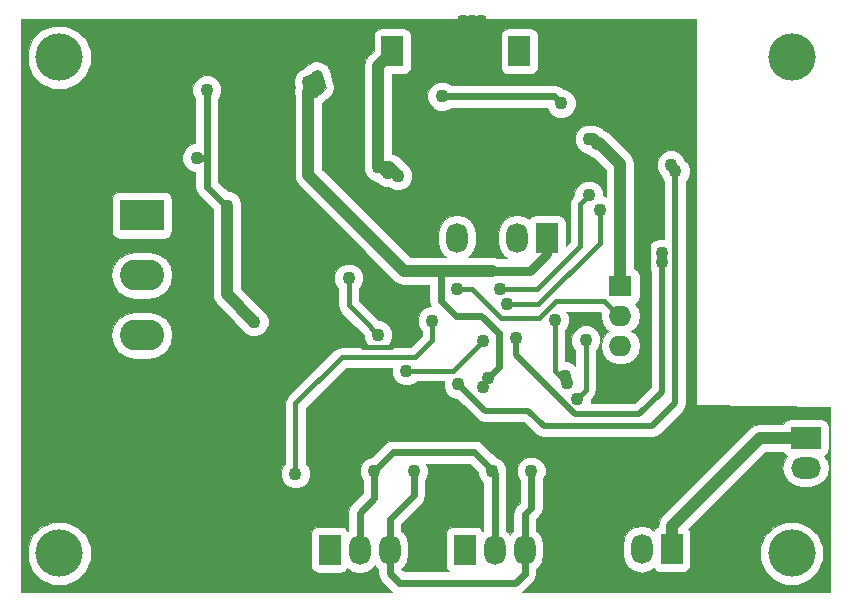
<source format=gbl>
G04 #@! TF.FileFunction,Copper,L2,Bot,Signal*
%FSLAX46Y46*%
G04 Gerber Fmt 4.6, Leading zero omitted, Abs format (unit mm)*
G04 Created by KiCad (PCBNEW 4.0.6) date 01/12/18 15:47:40*
%MOMM*%
%LPD*%
G01*
G04 APERTURE LIST*
%ADD10C,0.100000*%
%ADD11C,4.000000*%
%ADD12R,1.824000X2.524000*%
%ADD13O,1.824000X2.524000*%
%ADD14O,3.724000X2.624000*%
%ADD15R,3.724000X2.624000*%
%ADD16R,1.924000X1.724000*%
%ADD17O,1.924000X1.724000*%
%ADD18R,2.524000X1.824000*%
%ADD19O,2.524000X1.824000*%
%ADD20C,1.100000*%
%ADD21C,0.254000*%
%ADD22C,0.600000*%
%ADD23C,1.000000*%
%ADD24C,0.400000*%
%ADD25C,0.700000*%
%ADD26C,0.500000*%
%ADD27C,0.800000*%
G04 APERTURE END LIST*
D10*
D11*
X104000000Y-74000000D03*
X166000000Y-74000000D03*
X166000000Y-116000000D03*
D12*
X142960000Y-73500000D03*
D13*
X145500000Y-73500000D03*
D14*
X111000000Y-102620000D03*
X111000000Y-97540000D03*
X111000000Y-92460000D03*
D15*
X111000000Y-87380000D03*
D12*
X132210000Y-73500000D03*
D13*
X134750000Y-73500000D03*
D12*
X126890000Y-115700000D03*
D13*
X129430000Y-115700000D03*
X131970000Y-115700000D03*
X134510000Y-115700000D03*
D12*
X145280000Y-89300000D03*
D13*
X142740000Y-89300000D03*
X140200000Y-89300000D03*
X137660000Y-89300000D03*
D11*
X104000000Y-116000000D03*
D16*
X151500000Y-93380000D03*
D17*
X151500000Y-95920000D03*
X151500000Y-98460000D03*
X151500000Y-101000000D03*
D12*
X138320000Y-115700000D03*
D13*
X140860000Y-115700000D03*
X143400000Y-115700000D03*
X145940000Y-115700000D03*
D12*
X155840000Y-115650001D03*
D13*
X153300000Y-115650001D03*
X150760000Y-115650001D03*
D18*
X167200000Y-106220000D03*
D19*
X167200000Y-108760000D03*
X167200000Y-111300000D03*
D20*
X159475000Y-116625000D03*
X159475000Y-117450000D03*
X159425000Y-118300000D03*
X160250000Y-118850000D03*
X160275000Y-118000000D03*
X160275000Y-117100000D03*
X160300000Y-116200000D03*
X139725000Y-70900000D03*
X138200000Y-70900000D03*
X138975000Y-70900000D03*
X153764475Y-75725000D03*
X153375000Y-74930004D03*
X152844996Y-74400000D03*
X152400000Y-73955004D03*
X113500000Y-81800000D03*
X113461744Y-80871192D03*
X114825000Y-73000000D03*
X121550000Y-105550000D03*
X120775000Y-105200000D03*
X119925000Y-105150000D03*
X119100000Y-104975000D03*
X124900000Y-98225000D03*
X124150000Y-98000000D03*
X103700000Y-106300000D03*
X103800000Y-105375000D03*
X103900000Y-104425000D03*
X103950000Y-103575000D03*
X104000000Y-102675000D03*
X118650000Y-117225000D03*
X117775000Y-117150000D03*
X116900000Y-117150000D03*
X116000000Y-117150000D03*
X115125000Y-117150000D03*
X114250000Y-117050000D03*
X130000000Y-106000000D03*
X129125000Y-106000000D03*
X128250000Y-105725000D03*
X142800000Y-105475000D03*
X158725000Y-105100000D03*
X159525000Y-105100000D03*
X155425000Y-107025000D03*
X156200000Y-107500000D03*
X156775000Y-108275000D03*
X133350000Y-97850000D03*
X160450000Y-105100000D03*
X157200000Y-109084523D03*
X142000000Y-105500000D03*
X124150000Y-97100000D03*
X147222500Y-109050000D03*
X137295000Y-109250000D03*
X127342500Y-109250000D03*
X119680000Y-113200000D03*
X160250000Y-112400000D03*
X140100000Y-79700000D03*
X146500000Y-85600000D03*
X115650000Y-73500000D03*
X113500000Y-80000000D03*
X148850000Y-80925000D03*
X125796735Y-75634246D03*
X125952658Y-76480087D03*
X125100000Y-76900000D03*
X140268587Y-101149476D03*
X139850000Y-101900000D03*
X125100000Y-76100000D03*
X140550000Y-92100000D03*
X149500000Y-81250000D03*
X132675000Y-84050000D03*
X131825000Y-83775000D03*
X131000000Y-83300000D03*
X120500000Y-96400000D03*
X118180000Y-86550000D03*
X115650000Y-82500000D03*
X116500000Y-76750000D03*
X124000000Y-109250000D03*
X135600000Y-96300000D03*
X139904446Y-98010893D03*
X133400000Y-100550000D03*
X156156978Y-83664732D03*
X155800000Y-83100000D03*
X137800000Y-101700000D03*
X143955000Y-109050000D03*
X134002500Y-109050000D03*
X140637500Y-109050000D03*
X130685000Y-109050000D03*
X154992241Y-91325000D03*
X142677781Y-97788342D03*
X154992241Y-90569138D03*
X148831670Y-85667250D03*
X141283190Y-93621465D03*
X149767785Y-86893076D03*
X141907428Y-94905930D03*
X130988784Y-97502809D03*
X128500000Y-92700000D03*
X146500000Y-77900000D03*
X136400000Y-77300000D03*
X137700000Y-93600000D03*
X146850000Y-100975000D03*
X147000000Y-101600000D03*
X145936275Y-96257704D03*
X148577101Y-97932152D03*
X147812512Y-102911953D03*
D21*
X159475000Y-117450000D02*
X159475000Y-116625000D01*
X160250000Y-118850000D02*
X159975000Y-118850000D01*
X159975000Y-118850000D02*
X159425000Y-118300000D01*
X160275000Y-117100000D02*
X160275000Y-118000000D01*
X160250000Y-112400000D02*
X160250000Y-116150000D01*
X160250000Y-116150000D02*
X160300000Y-116200000D01*
D22*
X153764475Y-100177963D02*
X153764475Y-75725000D01*
D23*
X153375000Y-74930004D02*
X153375000Y-75335525D01*
X153375000Y-75335525D02*
X153764475Y-75725000D01*
X152844996Y-74400000D02*
X153375000Y-74930004D01*
X152400000Y-73955004D02*
X152844996Y-74400000D01*
D22*
X152400000Y-73955004D02*
X151944996Y-73500000D01*
D23*
X104000000Y-84225000D02*
X108225000Y-80000000D01*
X108225000Y-80000000D02*
X113500000Y-80000000D01*
X104000000Y-102675000D02*
X104000000Y-84225000D01*
D21*
X113461744Y-80871192D02*
X113461744Y-81761744D01*
X113461744Y-81761744D02*
X113500000Y-81800000D01*
X113461744Y-80093375D02*
X113461744Y-80871192D01*
X113461744Y-80038256D02*
X113461744Y-80093375D01*
X113500000Y-80000000D02*
X113461744Y-80038256D01*
X115650000Y-73500000D02*
X115325000Y-73500000D01*
X115325000Y-73500000D02*
X114825000Y-73000000D01*
X119925000Y-105150000D02*
X120725000Y-105150000D01*
X120725000Y-105150000D02*
X120775000Y-105200000D01*
X118505000Y-102620000D02*
X118505000Y-104380000D01*
X118505000Y-104380000D02*
X119100000Y-104975000D01*
X124150000Y-97100000D02*
X124150000Y-98000000D01*
X103900000Y-104425000D02*
X103900000Y-105275000D01*
X103900000Y-105275000D02*
X103800000Y-105375000D01*
X104000000Y-102675000D02*
X104000000Y-103525000D01*
X104000000Y-103525000D02*
X103950000Y-103575000D01*
X117775000Y-117150000D02*
X118575000Y-117150000D01*
X118575000Y-117150000D02*
X118650000Y-117225000D01*
X116000000Y-117150000D02*
X116900000Y-117150000D01*
X114250000Y-117050000D02*
X115025000Y-117050000D01*
X115025000Y-117050000D02*
X115125000Y-117150000D01*
X142000000Y-105500000D02*
X142775000Y-105500000D01*
X142775000Y-105500000D02*
X142800000Y-105475000D01*
X156200000Y-107500000D02*
X155900000Y-107500000D01*
X155900000Y-107500000D02*
X155425000Y-107025000D01*
X157200000Y-109084523D02*
X157200000Y-108700000D01*
X157200000Y-108700000D02*
X156775000Y-108275000D01*
D24*
X133350000Y-97850000D02*
X132742626Y-97850000D01*
X132742626Y-97850000D02*
X132046258Y-98546368D01*
X132046258Y-98546368D02*
X129750425Y-98546368D01*
X129750425Y-98546368D02*
X128304057Y-97100000D01*
X128304057Y-97100000D02*
X124150000Y-97100000D01*
D25*
X142000000Y-105500000D02*
X130967500Y-105500000D01*
X130967500Y-105500000D02*
X127342500Y-109125000D01*
X127342500Y-109125000D02*
X127342500Y-109250000D01*
D22*
X151500000Y-101000000D02*
X152942438Y-101000000D01*
X152942438Y-101000000D02*
X153764475Y-100177963D01*
X151944996Y-73500000D02*
X145500000Y-73500000D01*
X158300000Y-105100000D02*
X160450000Y-105100000D01*
X157200000Y-106200000D02*
X158300000Y-105100000D01*
X157200000Y-106795972D02*
X157200000Y-106200000D01*
X147100000Y-106700000D02*
X157104028Y-106700000D01*
X157104028Y-106700000D02*
X157200000Y-106795972D01*
X157200000Y-106795972D02*
X157200000Y-109084523D01*
X143200000Y-106700000D02*
X147100000Y-106700000D01*
X147222500Y-109050000D02*
X147222500Y-106822500D01*
X147222500Y-106822500D02*
X147100000Y-106700000D01*
X142000000Y-105500000D02*
X143200000Y-106700000D01*
D26*
X124150000Y-97100000D02*
X124025000Y-97100000D01*
X124025000Y-97100000D02*
X118505000Y-102620000D01*
X118505000Y-102620000D02*
X113362000Y-102620000D01*
X113362000Y-102620000D02*
X111000000Y-102620000D01*
D22*
X134510000Y-115700000D02*
X134510000Y-113838000D01*
X134510000Y-113838000D02*
X137295000Y-111053000D01*
X137295000Y-111053000D02*
X137295000Y-109250000D01*
X167200000Y-111300000D02*
X164474297Y-111300000D01*
X164474297Y-111300000D02*
X163374297Y-112400000D01*
X163374297Y-112400000D02*
X160250000Y-112400000D01*
X147222500Y-111877500D02*
X145940000Y-113160000D01*
X145940000Y-113160000D02*
X145940000Y-115700000D01*
X147222500Y-109050000D02*
X147222500Y-111877500D01*
X119680000Y-113200000D02*
X123517500Y-113200000D01*
X123517500Y-113200000D02*
X127342500Y-109375000D01*
X127342500Y-109375000D02*
X127342500Y-109250000D01*
D26*
X146500000Y-85600000D02*
X140200000Y-85600000D01*
X140200000Y-85600000D02*
X140200000Y-89300000D01*
D22*
X140100000Y-79700000D02*
X140100000Y-89200000D01*
X140100000Y-89200000D02*
X140200000Y-89300000D01*
X135800000Y-79700000D02*
X134750000Y-78650000D01*
X134750000Y-78650000D02*
X134750000Y-73500000D01*
X140100000Y-79700000D02*
X135800000Y-79700000D01*
D23*
X113500000Y-80000000D02*
X113500000Y-75650000D01*
X113500000Y-75650000D02*
X115650000Y-73500000D01*
D27*
X140550000Y-92100000D02*
X143820267Y-92100000D01*
X143820267Y-92100000D02*
X145280000Y-90640267D01*
X145280000Y-90640267D02*
X145280000Y-90323612D01*
D23*
X148850000Y-80925000D02*
X149175000Y-80925000D01*
X149175000Y-80925000D02*
X149500000Y-81250000D01*
X155840000Y-115650001D02*
X155840000Y-113688001D01*
X155840000Y-113688001D02*
X163308001Y-106220000D01*
X163308001Y-106220000D02*
X167200000Y-106220000D01*
D22*
X145280000Y-90323612D02*
X145280000Y-89300000D01*
D21*
X125796735Y-76203265D02*
X125796735Y-75634246D01*
X125100000Y-76900000D02*
X125796735Y-76203265D01*
X125402659Y-75930088D02*
X125952658Y-76480087D01*
X125269912Y-75930088D02*
X125402659Y-75930088D01*
X125100000Y-76100000D02*
X125269912Y-75930088D01*
D23*
X125100000Y-84000000D02*
X125100000Y-76900000D01*
D21*
X125100000Y-76100000D02*
X125100000Y-76900000D01*
D22*
X140268587Y-101149476D02*
X141200000Y-100218063D01*
X141200000Y-100218063D02*
X141200000Y-97383526D01*
X141200000Y-97383526D02*
X139716474Y-95900000D01*
X139716474Y-95900000D02*
X137600000Y-95900000D01*
X137600000Y-95900000D02*
X136300000Y-94600000D01*
X136300000Y-94600000D02*
X136300000Y-92100000D01*
D23*
X140550000Y-92100000D02*
X136300000Y-92100000D01*
X136300000Y-92100000D02*
X133200000Y-92100000D01*
X149500000Y-81250000D02*
X149710876Y-81250000D01*
X149710876Y-81250000D02*
X151500000Y-83039124D01*
X151500000Y-83039124D02*
X151500000Y-93380000D01*
X133200000Y-92100000D02*
X125100000Y-84000000D01*
X149500000Y-81250000D02*
X149500000Y-81375000D01*
X131000000Y-83300000D02*
X131925000Y-83300000D01*
X131925000Y-83300000D02*
X132675000Y-84050000D01*
X131000000Y-83300000D02*
X131350000Y-83300000D01*
X131350000Y-83300000D02*
X131825000Y-83775000D01*
X131000000Y-83300000D02*
X131000000Y-74710000D01*
X131000000Y-74710000D02*
X132210000Y-73500000D01*
X118180000Y-86550000D02*
X118180000Y-94080000D01*
X118180000Y-94080000D02*
X120500000Y-96400000D01*
D22*
X116500000Y-82500000D02*
X116500000Y-84943559D01*
X116500000Y-84943559D02*
X118106441Y-86550000D01*
X118106441Y-86550000D02*
X118180000Y-86550000D01*
X116500000Y-76750000D02*
X116500000Y-82500000D01*
X116500000Y-82500000D02*
X115650000Y-82500000D01*
D24*
X124000000Y-109250000D02*
X124000000Y-103309068D01*
X124000000Y-103309068D02*
X127904801Y-99404267D01*
X127904801Y-99404267D02*
X134138457Y-99404267D01*
X134138457Y-99404267D02*
X135600000Y-97942724D01*
X135600000Y-97942724D02*
X135600000Y-97077817D01*
X135600000Y-97077817D02*
X135600000Y-96300000D01*
X139354447Y-98560892D02*
X139904446Y-98010893D01*
X137365339Y-100550000D02*
X139354447Y-98560892D01*
X133400000Y-100550000D02*
X137365339Y-100550000D01*
D26*
X156156978Y-83456978D02*
X156156978Y-83664732D01*
X145000000Y-105200000D02*
X154226830Y-105200000D01*
X154226830Y-105200000D02*
X156156978Y-103269852D01*
X155800000Y-83100000D02*
X156156978Y-83456978D01*
X156156978Y-84442549D02*
X156156978Y-83664732D01*
X156156978Y-103269852D02*
X156156978Y-84442549D01*
X140013422Y-103913422D02*
X143713422Y-103913422D01*
X143713422Y-103913422D02*
X145000000Y-105200000D01*
X137800000Y-101700000D02*
X140013422Y-103913422D01*
D22*
X143400000Y-115700000D02*
X143400000Y-117714574D01*
X143400000Y-117714574D02*
X142614574Y-118500000D01*
X142614574Y-118500000D02*
X132800000Y-118500000D01*
X132800000Y-118500000D02*
X131970000Y-117670000D01*
X131970000Y-117670000D02*
X131970000Y-115700000D01*
X134002500Y-111097500D02*
X131970000Y-113130000D01*
X131970000Y-113130000D02*
X131970000Y-115700000D01*
X134002500Y-109050000D02*
X134002500Y-111097500D01*
X143955000Y-112145000D02*
X143400000Y-112700000D01*
X143400000Y-112700000D02*
X143400000Y-115700000D01*
X143955000Y-109050000D02*
X143955000Y-112145000D01*
X140637500Y-109050000D02*
X140637500Y-108917111D01*
X140637500Y-108917111D02*
X139141482Y-107421093D01*
X139141482Y-107421093D02*
X132262632Y-107421093D01*
X132262632Y-107421093D02*
X130685000Y-108998725D01*
X130685000Y-108998725D02*
X130685000Y-109050000D01*
X129430000Y-112570000D02*
X130685000Y-111315000D01*
X130685000Y-111315000D02*
X130685000Y-109050000D01*
X129430000Y-115700000D02*
X129430000Y-112570000D01*
X140860000Y-115700000D02*
X140860000Y-109272500D01*
X140860000Y-109272500D02*
X140637500Y-109050000D01*
D26*
X142677781Y-98566159D02*
X142677781Y-97788342D01*
X147661086Y-104200000D02*
X142677781Y-99216695D01*
X153095629Y-104200000D02*
X147661086Y-104200000D01*
X154992241Y-102303388D02*
X153095629Y-104200000D01*
X154992241Y-90569138D02*
X154992241Y-102303388D01*
X142677781Y-99216695D02*
X142677781Y-98566159D01*
D24*
X148281671Y-86217249D02*
X148831670Y-85667250D01*
X148100000Y-86398920D02*
X148281671Y-86217249D01*
X148100000Y-90007773D02*
X148100000Y-86398920D01*
X141283190Y-93621465D02*
X144486308Y-93621465D01*
X144486308Y-93621465D02*
X148100000Y-90007773D01*
X149767785Y-89713994D02*
X149767785Y-87670893D01*
X144575849Y-94905930D02*
X149767785Y-89713994D01*
X141907428Y-94905930D02*
X144575849Y-94905930D01*
X149767785Y-87670893D02*
X149767785Y-86893076D01*
X128500000Y-92700000D02*
X128500000Y-95014025D01*
X128500000Y-95014025D02*
X129680855Y-96194880D01*
X129680855Y-96194880D02*
X129694769Y-96194880D01*
X130988784Y-97488895D02*
X130988784Y-97502809D01*
X129694769Y-96194880D02*
X130988784Y-97488895D01*
D22*
X146500000Y-77900000D02*
X146500000Y-77895468D01*
X145909767Y-77305235D02*
X136405235Y-77305235D01*
X146500000Y-77895468D02*
X145909767Y-77305235D01*
X136405235Y-77305235D02*
X136400000Y-77300000D01*
D24*
X151500000Y-95920000D02*
X151400000Y-95920000D01*
X151400000Y-95920000D02*
X150138000Y-94658000D01*
X137734045Y-93634045D02*
X137700000Y-93600000D01*
X150138000Y-94658000D02*
X146031883Y-94658000D01*
X146031883Y-94658000D02*
X144624043Y-96065840D01*
X138945458Y-93634045D02*
X137734045Y-93634045D01*
X144624043Y-96065840D02*
X141377253Y-96065840D01*
X141377253Y-96065840D02*
X138945458Y-93634045D01*
D21*
X147000000Y-101600000D02*
X147000000Y-101125000D01*
X147000000Y-101125000D02*
X146850000Y-100975000D01*
D24*
X145936275Y-96257704D02*
X145936275Y-100536275D01*
X145936275Y-100536275D02*
X147000000Y-101600000D01*
X148577101Y-98709969D02*
X148577101Y-97932152D01*
X148577101Y-102147364D02*
X148577101Y-98709969D01*
X147812512Y-102911953D02*
X148577101Y-102147364D01*
D10*
G36*
X157950000Y-103400000D02*
X157953123Y-103417394D01*
X157963584Y-103434261D01*
X157979782Y-103445730D01*
X157999167Y-103449993D01*
X169251000Y-103637524D01*
X169251000Y-119251000D01*
X143210091Y-119251000D01*
X143303296Y-119188722D01*
X144088722Y-118403296D01*
X144299859Y-118087308D01*
X144374000Y-117714574D01*
X144374000Y-117307936D01*
X144521471Y-117209399D01*
X144865273Y-116694864D01*
X144986000Y-116087928D01*
X144986000Y-115312072D01*
X144976055Y-115262073D01*
X151714000Y-115262073D01*
X151714000Y-116037929D01*
X151834727Y-116644865D01*
X152178529Y-117159400D01*
X152693064Y-117503202D01*
X153300000Y-117623929D01*
X153906936Y-117503202D01*
X154326921Y-117222576D01*
X154435407Y-117391168D01*
X154660639Y-117545063D01*
X154928000Y-117599205D01*
X156752000Y-117599205D01*
X157001769Y-117552208D01*
X157231167Y-117404594D01*
X157385062Y-117179362D01*
X157439204Y-116912001D01*
X157439204Y-116529558D01*
X163325537Y-116529558D01*
X163731771Y-117512721D01*
X164483323Y-118265585D01*
X165465775Y-118673535D01*
X166529558Y-118674463D01*
X167512721Y-118268229D01*
X168265585Y-117516677D01*
X168673535Y-116534225D01*
X168674463Y-115470442D01*
X168268229Y-114487279D01*
X167516677Y-113734415D01*
X166534225Y-113326465D01*
X165470442Y-113325537D01*
X164487279Y-113731771D01*
X163734415Y-114483323D01*
X163326465Y-115465775D01*
X163325537Y-116529558D01*
X157439204Y-116529558D01*
X157439204Y-114388001D01*
X157392207Y-114138232D01*
X157258242Y-113930045D01*
X163794288Y-107394000D01*
X165305663Y-107394000D01*
X165445407Y-107611167D01*
X165626298Y-107734765D01*
X165346799Y-108153064D01*
X165226072Y-108760000D01*
X165346799Y-109366936D01*
X165690601Y-109881471D01*
X166205136Y-110225273D01*
X166812072Y-110346000D01*
X167587928Y-110346000D01*
X168194864Y-110225273D01*
X168709399Y-109881471D01*
X169053201Y-109366936D01*
X169173928Y-108760000D01*
X169053201Y-108153064D01*
X168772575Y-107733079D01*
X168941167Y-107624593D01*
X169095062Y-107399361D01*
X169149204Y-107132000D01*
X169149204Y-105308000D01*
X169102207Y-105058231D01*
X168954593Y-104828833D01*
X168729361Y-104674938D01*
X168462000Y-104620796D01*
X165938000Y-104620796D01*
X165688231Y-104667793D01*
X165458833Y-104815407D01*
X165304938Y-105040639D01*
X165303852Y-105046000D01*
X163308001Y-105046000D01*
X162858731Y-105135365D01*
X162858729Y-105135366D01*
X162858730Y-105135366D01*
X162477857Y-105389857D01*
X155009857Y-112857858D01*
X154755365Y-113238730D01*
X154740539Y-113313269D01*
X154666000Y-113688001D01*
X154666000Y-113755664D01*
X154448833Y-113895408D01*
X154325235Y-114076299D01*
X153906936Y-113796800D01*
X153300000Y-113676073D01*
X152693064Y-113796800D01*
X152178529Y-114140602D01*
X151834727Y-114655137D01*
X151714000Y-115262073D01*
X144976055Y-115262073D01*
X144865273Y-114705136D01*
X144521471Y-114190601D01*
X144374000Y-114092064D01*
X144374000Y-113103444D01*
X144643722Y-112833722D01*
X144797641Y-112603366D01*
X144854859Y-112517734D01*
X144929000Y-112145000D01*
X144929000Y-109807188D01*
X144992052Y-109744246D01*
X145178787Y-109294537D01*
X145179212Y-108807599D01*
X144993262Y-108357565D01*
X144649246Y-108012948D01*
X144199537Y-107826213D01*
X143712599Y-107825788D01*
X143262565Y-108011738D01*
X142917948Y-108355754D01*
X142731213Y-108805463D01*
X142730788Y-109292401D01*
X142916738Y-109742435D01*
X142981000Y-109806809D01*
X142981000Y-111741556D01*
X142711278Y-112011278D01*
X142500141Y-112327266D01*
X142426000Y-112700000D01*
X142426000Y-114092064D01*
X142278529Y-114190601D01*
X142130000Y-114412890D01*
X141981471Y-114190601D01*
X141834000Y-114092064D01*
X141834000Y-109360252D01*
X141861287Y-109294537D01*
X141861712Y-108807599D01*
X141675762Y-108357565D01*
X141331746Y-108012948D01*
X140953876Y-107856043D01*
X139830204Y-106732371D01*
X139514216Y-106521234D01*
X139141482Y-106447093D01*
X132262632Y-106447093D01*
X131889898Y-106521234D01*
X131668347Y-106669270D01*
X131573910Y-106732371D01*
X130480460Y-107825821D01*
X130442599Y-107825788D01*
X129992565Y-108011738D01*
X129647948Y-108355754D01*
X129461213Y-108805463D01*
X129460788Y-109292401D01*
X129646738Y-109742435D01*
X129711000Y-109806809D01*
X129711000Y-110911556D01*
X128741278Y-111881278D01*
X128530141Y-112197266D01*
X128456000Y-112570000D01*
X128456000Y-114092064D01*
X128403079Y-114127425D01*
X128294593Y-113958833D01*
X128069361Y-113804938D01*
X127802000Y-113750796D01*
X125978000Y-113750796D01*
X125728231Y-113797793D01*
X125498833Y-113945407D01*
X125344938Y-114170639D01*
X125290796Y-114438000D01*
X125290796Y-116962000D01*
X125337793Y-117211769D01*
X125485407Y-117441167D01*
X125710639Y-117595062D01*
X125978000Y-117649204D01*
X127802000Y-117649204D01*
X128051769Y-117602207D01*
X128281167Y-117454593D01*
X128404765Y-117273702D01*
X128823064Y-117553201D01*
X129430000Y-117673928D01*
X130036936Y-117553201D01*
X130551471Y-117209399D01*
X130700000Y-116987110D01*
X130848529Y-117209399D01*
X130996000Y-117307936D01*
X130996000Y-117670000D01*
X131070141Y-118042734D01*
X131281278Y-118358722D01*
X132111278Y-119188722D01*
X132204483Y-119251000D01*
X100749000Y-119251000D01*
X100749000Y-116529558D01*
X101325537Y-116529558D01*
X101731771Y-117512721D01*
X102483323Y-118265585D01*
X103465775Y-118673535D01*
X104529558Y-118674463D01*
X105512721Y-118268229D01*
X106265585Y-117516677D01*
X106673535Y-116534225D01*
X106674463Y-115470442D01*
X106268229Y-114487279D01*
X105516677Y-113734415D01*
X104534225Y-113326465D01*
X103470442Y-113325537D01*
X102487279Y-113731771D01*
X101734415Y-114483323D01*
X101326465Y-115465775D01*
X101325537Y-116529558D01*
X100749000Y-116529558D01*
X100749000Y-109492401D01*
X122775788Y-109492401D01*
X122961738Y-109942435D01*
X123305754Y-110287052D01*
X123755463Y-110473787D01*
X124242401Y-110474212D01*
X124692435Y-110288262D01*
X125037052Y-109944246D01*
X125223787Y-109494537D01*
X125224212Y-109007599D01*
X125038262Y-108557565D01*
X124874000Y-108393016D01*
X124874000Y-103671090D01*
X128266824Y-100278267D01*
X132187506Y-100278267D01*
X132176213Y-100305463D01*
X132175788Y-100792401D01*
X132361738Y-101242435D01*
X132705754Y-101587052D01*
X133155463Y-101773787D01*
X133642401Y-101774212D01*
X134092435Y-101588262D01*
X134256984Y-101424000D01*
X136589278Y-101424000D01*
X136576213Y-101455463D01*
X136575788Y-101942401D01*
X136761738Y-102392435D01*
X137105754Y-102737052D01*
X137555463Y-102923787D01*
X137717194Y-102923928D01*
X139360053Y-104566786D01*
X139360055Y-104566789D01*
X139659823Y-104767087D01*
X140013422Y-104837422D01*
X143330688Y-104837422D01*
X144346633Y-105853367D01*
X144646400Y-106053665D01*
X145000000Y-106124000D01*
X154226830Y-106124000D01*
X154580430Y-106053665D01*
X154880197Y-105853367D01*
X156810342Y-103923221D01*
X156810345Y-103923219D01*
X157010643Y-103623451D01*
X157080978Y-103269852D01*
X157080978Y-84471833D01*
X157194030Y-84358978D01*
X157380765Y-83909269D01*
X157381190Y-83422331D01*
X157195240Y-82972297D01*
X156984289Y-82760977D01*
X156838262Y-82407565D01*
X156494246Y-82062948D01*
X156044537Y-81876213D01*
X155557599Y-81875788D01*
X155107565Y-82061738D01*
X154762948Y-82405754D01*
X154576213Y-82855463D01*
X154575788Y-83342401D01*
X154761738Y-83792435D01*
X154972689Y-84003755D01*
X155118716Y-84357167D01*
X155232978Y-84471629D01*
X155232978Y-89345348D01*
X154749840Y-89344926D01*
X154299806Y-89530876D01*
X153955189Y-89874892D01*
X153768454Y-90324601D01*
X153768029Y-90811539D01*
X153823937Y-90946846D01*
X153768454Y-91080463D01*
X153768029Y-91567401D01*
X153953979Y-92017435D01*
X154068241Y-92131897D01*
X154068241Y-101920655D01*
X152712895Y-103276000D01*
X148986674Y-103276000D01*
X149036299Y-103156490D01*
X149036502Y-102923985D01*
X149195112Y-102765375D01*
X149384572Y-102481830D01*
X149401993Y-102394246D01*
X149451101Y-102147364D01*
X149451101Y-98789166D01*
X149614153Y-98626398D01*
X149800888Y-98176689D01*
X149801313Y-97689751D01*
X149615363Y-97239717D01*
X149271347Y-96895100D01*
X148821638Y-96708365D01*
X148334700Y-96707940D01*
X147884666Y-96893890D01*
X147540049Y-97237906D01*
X147353314Y-97687615D01*
X147352889Y-98174553D01*
X147538839Y-98624587D01*
X147703101Y-98789136D01*
X147703101Y-100097081D01*
X147544246Y-99937948D01*
X147094537Y-99751213D01*
X146810275Y-99750965D01*
X146810275Y-97114718D01*
X146973327Y-96951950D01*
X147160062Y-96502241D01*
X147160487Y-96015303D01*
X146974537Y-95565269D01*
X146941326Y-95532000D01*
X149775978Y-95532000D01*
X149887036Y-95643058D01*
X149831949Y-95920000D01*
X149948870Y-96507802D01*
X150281833Y-97006116D01*
X150557035Y-97190000D01*
X150281833Y-97373884D01*
X149948870Y-97872198D01*
X149831949Y-98460000D01*
X149948870Y-99047802D01*
X150281833Y-99546116D01*
X150780147Y-99879079D01*
X151367949Y-99996000D01*
X151632051Y-99996000D01*
X152219853Y-99879079D01*
X152718167Y-99546116D01*
X153051130Y-99047802D01*
X153168051Y-98460000D01*
X153051130Y-97872198D01*
X152718167Y-97373884D01*
X152442965Y-97190000D01*
X152718167Y-97006116D01*
X153051130Y-96507802D01*
X153168051Y-95920000D01*
X153051130Y-95332198D01*
X152738823Y-94864798D01*
X152941167Y-94734593D01*
X153095062Y-94509361D01*
X153149204Y-94242000D01*
X153149204Y-92518000D01*
X153102207Y-92268231D01*
X152954593Y-92038833D01*
X152729361Y-91884938D01*
X152674000Y-91873727D01*
X152674000Y-83039124D01*
X152584635Y-82589854D01*
X152497625Y-82459635D01*
X152330143Y-82208980D01*
X150541019Y-80419857D01*
X150160147Y-80165365D01*
X150085608Y-80150539D01*
X150054671Y-80144385D01*
X150005143Y-80094857D01*
X149624271Y-79840365D01*
X149549732Y-79825539D01*
X149250701Y-79766058D01*
X149094537Y-79701213D01*
X148607599Y-79700788D01*
X148157565Y-79886738D01*
X147812948Y-80230754D01*
X147626213Y-80680463D01*
X147625788Y-81167401D01*
X147811738Y-81617435D01*
X148155754Y-81962052D01*
X148605463Y-82148787D01*
X148632217Y-82148810D01*
X148669857Y-82205143D01*
X149050730Y-82459635D01*
X149312243Y-82511653D01*
X150326000Y-83525411D01*
X150326000Y-85799539D01*
X150055653Y-85687282D01*
X150055882Y-85424849D01*
X149869932Y-84974815D01*
X149525916Y-84630198D01*
X149076207Y-84443463D01*
X148589269Y-84443038D01*
X148139235Y-84628988D01*
X147794618Y-84973004D01*
X147607883Y-85422713D01*
X147607680Y-85655217D01*
X147481989Y-85780909D01*
X147292529Y-86064454D01*
X147270089Y-86177267D01*
X147226000Y-86398920D01*
X147226000Y-89645751D01*
X146879204Y-89992547D01*
X146879204Y-88038000D01*
X146832207Y-87788231D01*
X146684593Y-87558833D01*
X146459361Y-87404938D01*
X146192000Y-87350796D01*
X144368000Y-87350796D01*
X144118231Y-87397793D01*
X143888833Y-87545407D01*
X143765235Y-87726298D01*
X143346936Y-87446799D01*
X142740000Y-87326072D01*
X142133064Y-87446799D01*
X141618529Y-87790601D01*
X141274727Y-88305136D01*
X141154000Y-88912072D01*
X141154000Y-89687928D01*
X141274727Y-90294864D01*
X141618529Y-90809399D01*
X141942695Y-91026000D01*
X141155265Y-91026000D01*
X140794537Y-90876213D01*
X140307599Y-90875788D01*
X140186077Y-90926000D01*
X138606966Y-90926000D01*
X138781471Y-90809399D01*
X139125273Y-90294864D01*
X139246000Y-89687928D01*
X139246000Y-88912072D01*
X139125273Y-88305136D01*
X138781471Y-87790601D01*
X138266936Y-87446799D01*
X137660000Y-87326072D01*
X137053064Y-87446799D01*
X136538529Y-87790601D01*
X136194727Y-88305136D01*
X136074000Y-88912072D01*
X136074000Y-89687928D01*
X136194727Y-90294864D01*
X136538529Y-90809399D01*
X136713034Y-90926000D01*
X133686286Y-90926000D01*
X126302687Y-83542401D01*
X129775788Y-83542401D01*
X129961738Y-83992435D01*
X130305754Y-84337052D01*
X130755463Y-84523787D01*
X130843068Y-84523863D01*
X131130754Y-84812052D01*
X131580463Y-84998787D01*
X131892915Y-84999060D01*
X131980754Y-85087052D01*
X132430463Y-85273787D01*
X132917401Y-85274212D01*
X133367435Y-85088262D01*
X133712052Y-84744246D01*
X133898787Y-84294537D01*
X133899212Y-83807599D01*
X133713262Y-83357565D01*
X133369246Y-83012948D01*
X133247809Y-82962523D01*
X132755143Y-82469857D01*
X132374271Y-82215365D01*
X132299732Y-82200539D01*
X132174000Y-82175529D01*
X132174000Y-77542401D01*
X135175788Y-77542401D01*
X135361738Y-77992435D01*
X135705754Y-78337052D01*
X136155463Y-78523787D01*
X136642401Y-78524212D01*
X137092435Y-78338262D01*
X137151565Y-78279235D01*
X145332327Y-78279235D01*
X145461738Y-78592435D01*
X145805754Y-78937052D01*
X146255463Y-79123787D01*
X146742401Y-79124212D01*
X147192435Y-78938262D01*
X147537052Y-78594246D01*
X147723787Y-78144537D01*
X147724212Y-77657599D01*
X147538262Y-77207565D01*
X147194246Y-76862948D01*
X146744537Y-76676213D01*
X146658114Y-76676138D01*
X146598489Y-76616513D01*
X146282501Y-76405376D01*
X145909767Y-76331235D01*
X137162414Y-76331235D01*
X137094246Y-76262948D01*
X136644537Y-76076213D01*
X136157599Y-76075788D01*
X135707565Y-76261738D01*
X135362948Y-76605754D01*
X135176213Y-77055463D01*
X135175788Y-77542401D01*
X132174000Y-77542401D01*
X132174000Y-75449204D01*
X133122000Y-75449204D01*
X133371769Y-75402207D01*
X133601167Y-75254593D01*
X133755062Y-75029361D01*
X133809204Y-74762000D01*
X133809204Y-72238000D01*
X141360796Y-72238000D01*
X141360796Y-74762000D01*
X141407793Y-75011769D01*
X141555407Y-75241167D01*
X141780639Y-75395062D01*
X142048000Y-75449204D01*
X143872000Y-75449204D01*
X144121769Y-75402207D01*
X144351167Y-75254593D01*
X144505062Y-75029361D01*
X144559204Y-74762000D01*
X144559204Y-72238000D01*
X144512207Y-71988231D01*
X144364593Y-71758833D01*
X144139361Y-71604938D01*
X143872000Y-71550796D01*
X142048000Y-71550796D01*
X141798231Y-71597793D01*
X141568833Y-71745407D01*
X141414938Y-71970639D01*
X141360796Y-72238000D01*
X133809204Y-72238000D01*
X133762207Y-71988231D01*
X133614593Y-71758833D01*
X133389361Y-71604938D01*
X133122000Y-71550796D01*
X131298000Y-71550796D01*
X131048231Y-71597793D01*
X130818833Y-71745407D01*
X130664938Y-71970639D01*
X130610796Y-72238000D01*
X130610796Y-73438918D01*
X130169857Y-73879857D01*
X129915365Y-74260729D01*
X129915365Y-74260730D01*
X129826000Y-74710000D01*
X129826000Y-82935562D01*
X129776213Y-83055463D01*
X129775788Y-83542401D01*
X126302687Y-83542401D01*
X126274000Y-83513714D01*
X126274000Y-77878308D01*
X126276590Y-77876590D01*
X126627605Y-77525575D01*
X126645093Y-77518349D01*
X126989710Y-77174333D01*
X126997424Y-77155756D01*
X127076590Y-77076590D01*
X127184604Y-76935431D01*
X127269047Y-76681561D01*
X127248067Y-76414838D01*
X127020749Y-75619223D01*
X127020947Y-75391845D01*
X126834997Y-74941811D01*
X126778371Y-74885086D01*
X126712214Y-74761922D01*
X126501422Y-74597156D01*
X126101422Y-74397156D01*
X125941300Y-74340978D01*
X125673771Y-74337926D01*
X125426132Y-74439198D01*
X125332206Y-74501815D01*
X125104300Y-74595984D01*
X124930083Y-74769898D01*
X124630484Y-74969630D01*
X124407565Y-75061738D01*
X124237159Y-75231846D01*
X124226132Y-75239198D01*
X124208754Y-75260202D01*
X124062948Y-75405754D01*
X124037373Y-75467345D01*
X123979102Y-75537776D01*
X123951471Y-75674221D01*
X123876213Y-75855463D01*
X123875788Y-76342401D01*
X123926000Y-76463923D01*
X123926000Y-76535562D01*
X123876213Y-76655463D01*
X123875788Y-77142401D01*
X123926000Y-77263923D01*
X123926000Y-84000000D01*
X123968393Y-84213123D01*
X124015365Y-84449271D01*
X124269857Y-84830143D01*
X132369857Y-92930143D01*
X132750729Y-93184635D01*
X133200000Y-93274000D01*
X135326000Y-93274000D01*
X135326000Y-94600000D01*
X135400141Y-94972734D01*
X135469065Y-95075885D01*
X135357599Y-95075788D01*
X134907565Y-95261738D01*
X134562948Y-95605754D01*
X134376213Y-96055463D01*
X134375788Y-96542401D01*
X134561738Y-96992435D01*
X134726000Y-97156984D01*
X134726000Y-97580702D01*
X133776435Y-98530267D01*
X131692042Y-98530267D01*
X132025836Y-98197055D01*
X132212571Y-97747346D01*
X132212996Y-97260408D01*
X132027046Y-96810374D01*
X131683030Y-96465757D01*
X131233321Y-96279022D01*
X131014743Y-96278831D01*
X130312780Y-95576869D01*
X130270847Y-95548850D01*
X129374000Y-94652003D01*
X129374000Y-93557014D01*
X129537052Y-93394246D01*
X129723787Y-92944537D01*
X129724212Y-92457599D01*
X129538262Y-92007565D01*
X129194246Y-91662948D01*
X128744537Y-91476213D01*
X128257599Y-91475788D01*
X127807565Y-91661738D01*
X127462948Y-92005754D01*
X127276213Y-92455463D01*
X127275788Y-92942401D01*
X127461738Y-93392435D01*
X127626000Y-93556984D01*
X127626000Y-95014025D01*
X127692529Y-95348491D01*
X127881989Y-95632036D01*
X129062844Y-96812891D01*
X129104777Y-96840910D01*
X129764785Y-97500919D01*
X129764572Y-97745210D01*
X129950522Y-98195244D01*
X130284961Y-98530267D01*
X127904801Y-98530267D01*
X127570336Y-98596796D01*
X127286790Y-98786255D01*
X123381989Y-102691057D01*
X123192529Y-102974602D01*
X123132578Y-103276000D01*
X123126000Y-103309068D01*
X123126000Y-108392986D01*
X122962948Y-108555754D01*
X122776213Y-109005463D01*
X122775788Y-109492401D01*
X100749000Y-109492401D01*
X100749000Y-97540000D01*
X108414317Y-97540000D01*
X108565492Y-98300009D01*
X108996003Y-98944314D01*
X109640308Y-99374825D01*
X110400317Y-99526000D01*
X111599683Y-99526000D01*
X112359692Y-99374825D01*
X113003997Y-98944314D01*
X113434508Y-98300009D01*
X113585683Y-97540000D01*
X113434508Y-96779991D01*
X113003997Y-96135686D01*
X112359692Y-95705175D01*
X111599683Y-95554000D01*
X110400317Y-95554000D01*
X109640308Y-95705175D01*
X108996003Y-96135686D01*
X108565492Y-96779991D01*
X108414317Y-97540000D01*
X100749000Y-97540000D01*
X100749000Y-92460000D01*
X108414317Y-92460000D01*
X108565492Y-93220009D01*
X108996003Y-93864314D01*
X109640308Y-94294825D01*
X110400317Y-94446000D01*
X111599683Y-94446000D01*
X112359692Y-94294825D01*
X113003997Y-93864314D01*
X113434508Y-93220009D01*
X113585683Y-92460000D01*
X113434508Y-91699991D01*
X113003997Y-91055686D01*
X112359692Y-90625175D01*
X111599683Y-90474000D01*
X110400317Y-90474000D01*
X109640308Y-90625175D01*
X108996003Y-91055686D01*
X108565492Y-91699991D01*
X108414317Y-92460000D01*
X100749000Y-92460000D01*
X100749000Y-86068000D01*
X108450796Y-86068000D01*
X108450796Y-88692000D01*
X108497793Y-88941769D01*
X108645407Y-89171167D01*
X108870639Y-89325062D01*
X109138000Y-89379204D01*
X112862000Y-89379204D01*
X113111769Y-89332207D01*
X113341167Y-89184593D01*
X113495062Y-88959361D01*
X113549204Y-88692000D01*
X113549204Y-86068000D01*
X113502207Y-85818231D01*
X113354593Y-85588833D01*
X113129361Y-85434938D01*
X112862000Y-85380796D01*
X109138000Y-85380796D01*
X108888231Y-85427793D01*
X108658833Y-85575407D01*
X108504938Y-85800639D01*
X108450796Y-86068000D01*
X100749000Y-86068000D01*
X100749000Y-82742401D01*
X114425788Y-82742401D01*
X114611738Y-83192435D01*
X114955754Y-83537052D01*
X115405463Y-83723787D01*
X115526000Y-83723892D01*
X115526000Y-84943559D01*
X115600141Y-85316293D01*
X115811278Y-85632281D01*
X116955802Y-86776805D01*
X116955788Y-86792401D01*
X117006000Y-86913923D01*
X117006000Y-94080000D01*
X117052886Y-94315711D01*
X117095365Y-94529271D01*
X117349857Y-94910143D01*
X119412160Y-96972447D01*
X119461738Y-97092435D01*
X119805754Y-97437052D01*
X120255463Y-97623787D01*
X120742401Y-97624212D01*
X121192435Y-97438262D01*
X121537052Y-97094246D01*
X121723787Y-96644537D01*
X121724212Y-96157599D01*
X121538262Y-95707565D01*
X121194246Y-95362948D01*
X121072811Y-95312524D01*
X119354000Y-93593714D01*
X119354000Y-86914438D01*
X119403787Y-86794537D01*
X119404212Y-86307599D01*
X119218262Y-85857565D01*
X118874246Y-85512948D01*
X118424537Y-85326213D01*
X118259954Y-85326069D01*
X117474000Y-84540115D01*
X117474000Y-77507188D01*
X117537052Y-77444246D01*
X117723787Y-76994537D01*
X117724212Y-76507599D01*
X117538262Y-76057565D01*
X117194246Y-75712948D01*
X116744537Y-75526213D01*
X116257599Y-75525788D01*
X115807565Y-75711738D01*
X115462948Y-76055754D01*
X115276213Y-76505463D01*
X115275788Y-76992401D01*
X115461738Y-77442435D01*
X115526000Y-77506809D01*
X115526000Y-81275891D01*
X115407599Y-81275788D01*
X114957565Y-81461738D01*
X114612948Y-81805754D01*
X114426213Y-82255463D01*
X114425788Y-82742401D01*
X100749000Y-82742401D01*
X100749000Y-74529558D01*
X101325537Y-74529558D01*
X101731771Y-75512721D01*
X102483323Y-76265585D01*
X103465775Y-76673535D01*
X104529558Y-76674463D01*
X105512721Y-76268229D01*
X106265585Y-75516677D01*
X106673535Y-74534225D01*
X106674463Y-73470442D01*
X106268229Y-72487279D01*
X105516677Y-71734415D01*
X104534225Y-71326465D01*
X103470442Y-71325537D01*
X102487279Y-71731771D01*
X101734415Y-72483323D01*
X101326465Y-73465775D01*
X101325537Y-74529558D01*
X100749000Y-74529558D01*
X100749000Y-70749000D01*
X157950000Y-70749000D01*
X157950000Y-103400000D01*
X157950000Y-103400000D01*
G37*
X157950000Y-103400000D02*
X157953123Y-103417394D01*
X157963584Y-103434261D01*
X157979782Y-103445730D01*
X157999167Y-103449993D01*
X169251000Y-103637524D01*
X169251000Y-119251000D01*
X143210091Y-119251000D01*
X143303296Y-119188722D01*
X144088722Y-118403296D01*
X144299859Y-118087308D01*
X144374000Y-117714574D01*
X144374000Y-117307936D01*
X144521471Y-117209399D01*
X144865273Y-116694864D01*
X144986000Y-116087928D01*
X144986000Y-115312072D01*
X144976055Y-115262073D01*
X151714000Y-115262073D01*
X151714000Y-116037929D01*
X151834727Y-116644865D01*
X152178529Y-117159400D01*
X152693064Y-117503202D01*
X153300000Y-117623929D01*
X153906936Y-117503202D01*
X154326921Y-117222576D01*
X154435407Y-117391168D01*
X154660639Y-117545063D01*
X154928000Y-117599205D01*
X156752000Y-117599205D01*
X157001769Y-117552208D01*
X157231167Y-117404594D01*
X157385062Y-117179362D01*
X157439204Y-116912001D01*
X157439204Y-116529558D01*
X163325537Y-116529558D01*
X163731771Y-117512721D01*
X164483323Y-118265585D01*
X165465775Y-118673535D01*
X166529558Y-118674463D01*
X167512721Y-118268229D01*
X168265585Y-117516677D01*
X168673535Y-116534225D01*
X168674463Y-115470442D01*
X168268229Y-114487279D01*
X167516677Y-113734415D01*
X166534225Y-113326465D01*
X165470442Y-113325537D01*
X164487279Y-113731771D01*
X163734415Y-114483323D01*
X163326465Y-115465775D01*
X163325537Y-116529558D01*
X157439204Y-116529558D01*
X157439204Y-114388001D01*
X157392207Y-114138232D01*
X157258242Y-113930045D01*
X163794288Y-107394000D01*
X165305663Y-107394000D01*
X165445407Y-107611167D01*
X165626298Y-107734765D01*
X165346799Y-108153064D01*
X165226072Y-108760000D01*
X165346799Y-109366936D01*
X165690601Y-109881471D01*
X166205136Y-110225273D01*
X166812072Y-110346000D01*
X167587928Y-110346000D01*
X168194864Y-110225273D01*
X168709399Y-109881471D01*
X169053201Y-109366936D01*
X169173928Y-108760000D01*
X169053201Y-108153064D01*
X168772575Y-107733079D01*
X168941167Y-107624593D01*
X169095062Y-107399361D01*
X169149204Y-107132000D01*
X169149204Y-105308000D01*
X169102207Y-105058231D01*
X168954593Y-104828833D01*
X168729361Y-104674938D01*
X168462000Y-104620796D01*
X165938000Y-104620796D01*
X165688231Y-104667793D01*
X165458833Y-104815407D01*
X165304938Y-105040639D01*
X165303852Y-105046000D01*
X163308001Y-105046000D01*
X162858731Y-105135365D01*
X162858729Y-105135366D01*
X162858730Y-105135366D01*
X162477857Y-105389857D01*
X155009857Y-112857858D01*
X154755365Y-113238730D01*
X154740539Y-113313269D01*
X154666000Y-113688001D01*
X154666000Y-113755664D01*
X154448833Y-113895408D01*
X154325235Y-114076299D01*
X153906936Y-113796800D01*
X153300000Y-113676073D01*
X152693064Y-113796800D01*
X152178529Y-114140602D01*
X151834727Y-114655137D01*
X151714000Y-115262073D01*
X144976055Y-115262073D01*
X144865273Y-114705136D01*
X144521471Y-114190601D01*
X144374000Y-114092064D01*
X144374000Y-113103444D01*
X144643722Y-112833722D01*
X144797641Y-112603366D01*
X144854859Y-112517734D01*
X144929000Y-112145000D01*
X144929000Y-109807188D01*
X144992052Y-109744246D01*
X145178787Y-109294537D01*
X145179212Y-108807599D01*
X144993262Y-108357565D01*
X144649246Y-108012948D01*
X144199537Y-107826213D01*
X143712599Y-107825788D01*
X143262565Y-108011738D01*
X142917948Y-108355754D01*
X142731213Y-108805463D01*
X142730788Y-109292401D01*
X142916738Y-109742435D01*
X142981000Y-109806809D01*
X142981000Y-111741556D01*
X142711278Y-112011278D01*
X142500141Y-112327266D01*
X142426000Y-112700000D01*
X142426000Y-114092064D01*
X142278529Y-114190601D01*
X142130000Y-114412890D01*
X141981471Y-114190601D01*
X141834000Y-114092064D01*
X141834000Y-109360252D01*
X141861287Y-109294537D01*
X141861712Y-108807599D01*
X141675762Y-108357565D01*
X141331746Y-108012948D01*
X140953876Y-107856043D01*
X139830204Y-106732371D01*
X139514216Y-106521234D01*
X139141482Y-106447093D01*
X132262632Y-106447093D01*
X131889898Y-106521234D01*
X131668347Y-106669270D01*
X131573910Y-106732371D01*
X130480460Y-107825821D01*
X130442599Y-107825788D01*
X129992565Y-108011738D01*
X129647948Y-108355754D01*
X129461213Y-108805463D01*
X129460788Y-109292401D01*
X129646738Y-109742435D01*
X129711000Y-109806809D01*
X129711000Y-110911556D01*
X128741278Y-111881278D01*
X128530141Y-112197266D01*
X128456000Y-112570000D01*
X128456000Y-114092064D01*
X128403079Y-114127425D01*
X128294593Y-113958833D01*
X128069361Y-113804938D01*
X127802000Y-113750796D01*
X125978000Y-113750796D01*
X125728231Y-113797793D01*
X125498833Y-113945407D01*
X125344938Y-114170639D01*
X125290796Y-114438000D01*
X125290796Y-116962000D01*
X125337793Y-117211769D01*
X125485407Y-117441167D01*
X125710639Y-117595062D01*
X125978000Y-117649204D01*
X127802000Y-117649204D01*
X128051769Y-117602207D01*
X128281167Y-117454593D01*
X128404765Y-117273702D01*
X128823064Y-117553201D01*
X129430000Y-117673928D01*
X130036936Y-117553201D01*
X130551471Y-117209399D01*
X130700000Y-116987110D01*
X130848529Y-117209399D01*
X130996000Y-117307936D01*
X130996000Y-117670000D01*
X131070141Y-118042734D01*
X131281278Y-118358722D01*
X132111278Y-119188722D01*
X132204483Y-119251000D01*
X100749000Y-119251000D01*
X100749000Y-116529558D01*
X101325537Y-116529558D01*
X101731771Y-117512721D01*
X102483323Y-118265585D01*
X103465775Y-118673535D01*
X104529558Y-118674463D01*
X105512721Y-118268229D01*
X106265585Y-117516677D01*
X106673535Y-116534225D01*
X106674463Y-115470442D01*
X106268229Y-114487279D01*
X105516677Y-113734415D01*
X104534225Y-113326465D01*
X103470442Y-113325537D01*
X102487279Y-113731771D01*
X101734415Y-114483323D01*
X101326465Y-115465775D01*
X101325537Y-116529558D01*
X100749000Y-116529558D01*
X100749000Y-109492401D01*
X122775788Y-109492401D01*
X122961738Y-109942435D01*
X123305754Y-110287052D01*
X123755463Y-110473787D01*
X124242401Y-110474212D01*
X124692435Y-110288262D01*
X125037052Y-109944246D01*
X125223787Y-109494537D01*
X125224212Y-109007599D01*
X125038262Y-108557565D01*
X124874000Y-108393016D01*
X124874000Y-103671090D01*
X128266824Y-100278267D01*
X132187506Y-100278267D01*
X132176213Y-100305463D01*
X132175788Y-100792401D01*
X132361738Y-101242435D01*
X132705754Y-101587052D01*
X133155463Y-101773787D01*
X133642401Y-101774212D01*
X134092435Y-101588262D01*
X134256984Y-101424000D01*
X136589278Y-101424000D01*
X136576213Y-101455463D01*
X136575788Y-101942401D01*
X136761738Y-102392435D01*
X137105754Y-102737052D01*
X137555463Y-102923787D01*
X137717194Y-102923928D01*
X139360053Y-104566786D01*
X139360055Y-104566789D01*
X139659823Y-104767087D01*
X140013422Y-104837422D01*
X143330688Y-104837422D01*
X144346633Y-105853367D01*
X144646400Y-106053665D01*
X145000000Y-106124000D01*
X154226830Y-106124000D01*
X154580430Y-106053665D01*
X154880197Y-105853367D01*
X156810342Y-103923221D01*
X156810345Y-103923219D01*
X157010643Y-103623451D01*
X157080978Y-103269852D01*
X157080978Y-84471833D01*
X157194030Y-84358978D01*
X157380765Y-83909269D01*
X157381190Y-83422331D01*
X157195240Y-82972297D01*
X156984289Y-82760977D01*
X156838262Y-82407565D01*
X156494246Y-82062948D01*
X156044537Y-81876213D01*
X155557599Y-81875788D01*
X155107565Y-82061738D01*
X154762948Y-82405754D01*
X154576213Y-82855463D01*
X154575788Y-83342401D01*
X154761738Y-83792435D01*
X154972689Y-84003755D01*
X155118716Y-84357167D01*
X155232978Y-84471629D01*
X155232978Y-89345348D01*
X154749840Y-89344926D01*
X154299806Y-89530876D01*
X153955189Y-89874892D01*
X153768454Y-90324601D01*
X153768029Y-90811539D01*
X153823937Y-90946846D01*
X153768454Y-91080463D01*
X153768029Y-91567401D01*
X153953979Y-92017435D01*
X154068241Y-92131897D01*
X154068241Y-101920655D01*
X152712895Y-103276000D01*
X148986674Y-103276000D01*
X149036299Y-103156490D01*
X149036502Y-102923985D01*
X149195112Y-102765375D01*
X149384572Y-102481830D01*
X149401993Y-102394246D01*
X149451101Y-102147364D01*
X149451101Y-98789166D01*
X149614153Y-98626398D01*
X149800888Y-98176689D01*
X149801313Y-97689751D01*
X149615363Y-97239717D01*
X149271347Y-96895100D01*
X148821638Y-96708365D01*
X148334700Y-96707940D01*
X147884666Y-96893890D01*
X147540049Y-97237906D01*
X147353314Y-97687615D01*
X147352889Y-98174553D01*
X147538839Y-98624587D01*
X147703101Y-98789136D01*
X147703101Y-100097081D01*
X147544246Y-99937948D01*
X147094537Y-99751213D01*
X146810275Y-99750965D01*
X146810275Y-97114718D01*
X146973327Y-96951950D01*
X147160062Y-96502241D01*
X147160487Y-96015303D01*
X146974537Y-95565269D01*
X146941326Y-95532000D01*
X149775978Y-95532000D01*
X149887036Y-95643058D01*
X149831949Y-95920000D01*
X149948870Y-96507802D01*
X150281833Y-97006116D01*
X150557035Y-97190000D01*
X150281833Y-97373884D01*
X149948870Y-97872198D01*
X149831949Y-98460000D01*
X149948870Y-99047802D01*
X150281833Y-99546116D01*
X150780147Y-99879079D01*
X151367949Y-99996000D01*
X151632051Y-99996000D01*
X152219853Y-99879079D01*
X152718167Y-99546116D01*
X153051130Y-99047802D01*
X153168051Y-98460000D01*
X153051130Y-97872198D01*
X152718167Y-97373884D01*
X152442965Y-97190000D01*
X152718167Y-97006116D01*
X153051130Y-96507802D01*
X153168051Y-95920000D01*
X153051130Y-95332198D01*
X152738823Y-94864798D01*
X152941167Y-94734593D01*
X153095062Y-94509361D01*
X153149204Y-94242000D01*
X153149204Y-92518000D01*
X153102207Y-92268231D01*
X152954593Y-92038833D01*
X152729361Y-91884938D01*
X152674000Y-91873727D01*
X152674000Y-83039124D01*
X152584635Y-82589854D01*
X152497625Y-82459635D01*
X152330143Y-82208980D01*
X150541019Y-80419857D01*
X150160147Y-80165365D01*
X150085608Y-80150539D01*
X150054671Y-80144385D01*
X150005143Y-80094857D01*
X149624271Y-79840365D01*
X149549732Y-79825539D01*
X149250701Y-79766058D01*
X149094537Y-79701213D01*
X148607599Y-79700788D01*
X148157565Y-79886738D01*
X147812948Y-80230754D01*
X147626213Y-80680463D01*
X147625788Y-81167401D01*
X147811738Y-81617435D01*
X148155754Y-81962052D01*
X148605463Y-82148787D01*
X148632217Y-82148810D01*
X148669857Y-82205143D01*
X149050730Y-82459635D01*
X149312243Y-82511653D01*
X150326000Y-83525411D01*
X150326000Y-85799539D01*
X150055653Y-85687282D01*
X150055882Y-85424849D01*
X149869932Y-84974815D01*
X149525916Y-84630198D01*
X149076207Y-84443463D01*
X148589269Y-84443038D01*
X148139235Y-84628988D01*
X147794618Y-84973004D01*
X147607883Y-85422713D01*
X147607680Y-85655217D01*
X147481989Y-85780909D01*
X147292529Y-86064454D01*
X147270089Y-86177267D01*
X147226000Y-86398920D01*
X147226000Y-89645751D01*
X146879204Y-89992547D01*
X146879204Y-88038000D01*
X146832207Y-87788231D01*
X146684593Y-87558833D01*
X146459361Y-87404938D01*
X146192000Y-87350796D01*
X144368000Y-87350796D01*
X144118231Y-87397793D01*
X143888833Y-87545407D01*
X143765235Y-87726298D01*
X143346936Y-87446799D01*
X142740000Y-87326072D01*
X142133064Y-87446799D01*
X141618529Y-87790601D01*
X141274727Y-88305136D01*
X141154000Y-88912072D01*
X141154000Y-89687928D01*
X141274727Y-90294864D01*
X141618529Y-90809399D01*
X141942695Y-91026000D01*
X141155265Y-91026000D01*
X140794537Y-90876213D01*
X140307599Y-90875788D01*
X140186077Y-90926000D01*
X138606966Y-90926000D01*
X138781471Y-90809399D01*
X139125273Y-90294864D01*
X139246000Y-89687928D01*
X139246000Y-88912072D01*
X139125273Y-88305136D01*
X138781471Y-87790601D01*
X138266936Y-87446799D01*
X137660000Y-87326072D01*
X137053064Y-87446799D01*
X136538529Y-87790601D01*
X136194727Y-88305136D01*
X136074000Y-88912072D01*
X136074000Y-89687928D01*
X136194727Y-90294864D01*
X136538529Y-90809399D01*
X136713034Y-90926000D01*
X133686286Y-90926000D01*
X126302687Y-83542401D01*
X129775788Y-83542401D01*
X129961738Y-83992435D01*
X130305754Y-84337052D01*
X130755463Y-84523787D01*
X130843068Y-84523863D01*
X131130754Y-84812052D01*
X131580463Y-84998787D01*
X131892915Y-84999060D01*
X131980754Y-85087052D01*
X132430463Y-85273787D01*
X132917401Y-85274212D01*
X133367435Y-85088262D01*
X133712052Y-84744246D01*
X133898787Y-84294537D01*
X133899212Y-83807599D01*
X133713262Y-83357565D01*
X133369246Y-83012948D01*
X133247809Y-82962523D01*
X132755143Y-82469857D01*
X132374271Y-82215365D01*
X132299732Y-82200539D01*
X132174000Y-82175529D01*
X132174000Y-77542401D01*
X135175788Y-77542401D01*
X135361738Y-77992435D01*
X135705754Y-78337052D01*
X136155463Y-78523787D01*
X136642401Y-78524212D01*
X137092435Y-78338262D01*
X137151565Y-78279235D01*
X145332327Y-78279235D01*
X145461738Y-78592435D01*
X145805754Y-78937052D01*
X146255463Y-79123787D01*
X146742401Y-79124212D01*
X147192435Y-78938262D01*
X147537052Y-78594246D01*
X147723787Y-78144537D01*
X147724212Y-77657599D01*
X147538262Y-77207565D01*
X147194246Y-76862948D01*
X146744537Y-76676213D01*
X146658114Y-76676138D01*
X146598489Y-76616513D01*
X146282501Y-76405376D01*
X145909767Y-76331235D01*
X137162414Y-76331235D01*
X137094246Y-76262948D01*
X136644537Y-76076213D01*
X136157599Y-76075788D01*
X135707565Y-76261738D01*
X135362948Y-76605754D01*
X135176213Y-77055463D01*
X135175788Y-77542401D01*
X132174000Y-77542401D01*
X132174000Y-75449204D01*
X133122000Y-75449204D01*
X133371769Y-75402207D01*
X133601167Y-75254593D01*
X133755062Y-75029361D01*
X133809204Y-74762000D01*
X133809204Y-72238000D01*
X141360796Y-72238000D01*
X141360796Y-74762000D01*
X141407793Y-75011769D01*
X141555407Y-75241167D01*
X141780639Y-75395062D01*
X142048000Y-75449204D01*
X143872000Y-75449204D01*
X144121769Y-75402207D01*
X144351167Y-75254593D01*
X144505062Y-75029361D01*
X144559204Y-74762000D01*
X144559204Y-72238000D01*
X144512207Y-71988231D01*
X144364593Y-71758833D01*
X144139361Y-71604938D01*
X143872000Y-71550796D01*
X142048000Y-71550796D01*
X141798231Y-71597793D01*
X141568833Y-71745407D01*
X141414938Y-71970639D01*
X141360796Y-72238000D01*
X133809204Y-72238000D01*
X133762207Y-71988231D01*
X133614593Y-71758833D01*
X133389361Y-71604938D01*
X133122000Y-71550796D01*
X131298000Y-71550796D01*
X131048231Y-71597793D01*
X130818833Y-71745407D01*
X130664938Y-71970639D01*
X130610796Y-72238000D01*
X130610796Y-73438918D01*
X130169857Y-73879857D01*
X129915365Y-74260729D01*
X129915365Y-74260730D01*
X129826000Y-74710000D01*
X129826000Y-82935562D01*
X129776213Y-83055463D01*
X129775788Y-83542401D01*
X126302687Y-83542401D01*
X126274000Y-83513714D01*
X126274000Y-77878308D01*
X126276590Y-77876590D01*
X126627605Y-77525575D01*
X126645093Y-77518349D01*
X126989710Y-77174333D01*
X126997424Y-77155756D01*
X127076590Y-77076590D01*
X127184604Y-76935431D01*
X127269047Y-76681561D01*
X127248067Y-76414838D01*
X127020749Y-75619223D01*
X127020947Y-75391845D01*
X126834997Y-74941811D01*
X126778371Y-74885086D01*
X126712214Y-74761922D01*
X126501422Y-74597156D01*
X126101422Y-74397156D01*
X125941300Y-74340978D01*
X125673771Y-74337926D01*
X125426132Y-74439198D01*
X125332206Y-74501815D01*
X125104300Y-74595984D01*
X124930083Y-74769898D01*
X124630484Y-74969630D01*
X124407565Y-75061738D01*
X124237159Y-75231846D01*
X124226132Y-75239198D01*
X124208754Y-75260202D01*
X124062948Y-75405754D01*
X124037373Y-75467345D01*
X123979102Y-75537776D01*
X123951471Y-75674221D01*
X123876213Y-75855463D01*
X123875788Y-76342401D01*
X123926000Y-76463923D01*
X123926000Y-76535562D01*
X123876213Y-76655463D01*
X123875788Y-77142401D01*
X123926000Y-77263923D01*
X123926000Y-84000000D01*
X123968393Y-84213123D01*
X124015365Y-84449271D01*
X124269857Y-84830143D01*
X132369857Y-92930143D01*
X132750729Y-93184635D01*
X133200000Y-93274000D01*
X135326000Y-93274000D01*
X135326000Y-94600000D01*
X135400141Y-94972734D01*
X135469065Y-95075885D01*
X135357599Y-95075788D01*
X134907565Y-95261738D01*
X134562948Y-95605754D01*
X134376213Y-96055463D01*
X134375788Y-96542401D01*
X134561738Y-96992435D01*
X134726000Y-97156984D01*
X134726000Y-97580702D01*
X133776435Y-98530267D01*
X131692042Y-98530267D01*
X132025836Y-98197055D01*
X132212571Y-97747346D01*
X132212996Y-97260408D01*
X132027046Y-96810374D01*
X131683030Y-96465757D01*
X131233321Y-96279022D01*
X131014743Y-96278831D01*
X130312780Y-95576869D01*
X130270847Y-95548850D01*
X129374000Y-94652003D01*
X129374000Y-93557014D01*
X129537052Y-93394246D01*
X129723787Y-92944537D01*
X129724212Y-92457599D01*
X129538262Y-92007565D01*
X129194246Y-91662948D01*
X128744537Y-91476213D01*
X128257599Y-91475788D01*
X127807565Y-91661738D01*
X127462948Y-92005754D01*
X127276213Y-92455463D01*
X127275788Y-92942401D01*
X127461738Y-93392435D01*
X127626000Y-93556984D01*
X127626000Y-95014025D01*
X127692529Y-95348491D01*
X127881989Y-95632036D01*
X129062844Y-96812891D01*
X129104777Y-96840910D01*
X129764785Y-97500919D01*
X129764572Y-97745210D01*
X129950522Y-98195244D01*
X130284961Y-98530267D01*
X127904801Y-98530267D01*
X127570336Y-98596796D01*
X127286790Y-98786255D01*
X123381989Y-102691057D01*
X123192529Y-102974602D01*
X123132578Y-103276000D01*
X123126000Y-103309068D01*
X123126000Y-108392986D01*
X122962948Y-108555754D01*
X122776213Y-109005463D01*
X122775788Y-109492401D01*
X100749000Y-109492401D01*
X100749000Y-97540000D01*
X108414317Y-97540000D01*
X108565492Y-98300009D01*
X108996003Y-98944314D01*
X109640308Y-99374825D01*
X110400317Y-99526000D01*
X111599683Y-99526000D01*
X112359692Y-99374825D01*
X113003997Y-98944314D01*
X113434508Y-98300009D01*
X113585683Y-97540000D01*
X113434508Y-96779991D01*
X113003997Y-96135686D01*
X112359692Y-95705175D01*
X111599683Y-95554000D01*
X110400317Y-95554000D01*
X109640308Y-95705175D01*
X108996003Y-96135686D01*
X108565492Y-96779991D01*
X108414317Y-97540000D01*
X100749000Y-97540000D01*
X100749000Y-92460000D01*
X108414317Y-92460000D01*
X108565492Y-93220009D01*
X108996003Y-93864314D01*
X109640308Y-94294825D01*
X110400317Y-94446000D01*
X111599683Y-94446000D01*
X112359692Y-94294825D01*
X113003997Y-93864314D01*
X113434508Y-93220009D01*
X113585683Y-92460000D01*
X113434508Y-91699991D01*
X113003997Y-91055686D01*
X112359692Y-90625175D01*
X111599683Y-90474000D01*
X110400317Y-90474000D01*
X109640308Y-90625175D01*
X108996003Y-91055686D01*
X108565492Y-91699991D01*
X108414317Y-92460000D01*
X100749000Y-92460000D01*
X100749000Y-86068000D01*
X108450796Y-86068000D01*
X108450796Y-88692000D01*
X108497793Y-88941769D01*
X108645407Y-89171167D01*
X108870639Y-89325062D01*
X109138000Y-89379204D01*
X112862000Y-89379204D01*
X113111769Y-89332207D01*
X113341167Y-89184593D01*
X113495062Y-88959361D01*
X113549204Y-88692000D01*
X113549204Y-86068000D01*
X113502207Y-85818231D01*
X113354593Y-85588833D01*
X113129361Y-85434938D01*
X112862000Y-85380796D01*
X109138000Y-85380796D01*
X108888231Y-85427793D01*
X108658833Y-85575407D01*
X108504938Y-85800639D01*
X108450796Y-86068000D01*
X100749000Y-86068000D01*
X100749000Y-82742401D01*
X114425788Y-82742401D01*
X114611738Y-83192435D01*
X114955754Y-83537052D01*
X115405463Y-83723787D01*
X115526000Y-83723892D01*
X115526000Y-84943559D01*
X115600141Y-85316293D01*
X115811278Y-85632281D01*
X116955802Y-86776805D01*
X116955788Y-86792401D01*
X117006000Y-86913923D01*
X117006000Y-94080000D01*
X117052886Y-94315711D01*
X117095365Y-94529271D01*
X117349857Y-94910143D01*
X119412160Y-96972447D01*
X119461738Y-97092435D01*
X119805754Y-97437052D01*
X120255463Y-97623787D01*
X120742401Y-97624212D01*
X121192435Y-97438262D01*
X121537052Y-97094246D01*
X121723787Y-96644537D01*
X121724212Y-96157599D01*
X121538262Y-95707565D01*
X121194246Y-95362948D01*
X121072811Y-95312524D01*
X119354000Y-93593714D01*
X119354000Y-86914438D01*
X119403787Y-86794537D01*
X119404212Y-86307599D01*
X119218262Y-85857565D01*
X118874246Y-85512948D01*
X118424537Y-85326213D01*
X118259954Y-85326069D01*
X117474000Y-84540115D01*
X117474000Y-77507188D01*
X117537052Y-77444246D01*
X117723787Y-76994537D01*
X117724212Y-76507599D01*
X117538262Y-76057565D01*
X117194246Y-75712948D01*
X116744537Y-75526213D01*
X116257599Y-75525788D01*
X115807565Y-75711738D01*
X115462948Y-76055754D01*
X115276213Y-76505463D01*
X115275788Y-76992401D01*
X115461738Y-77442435D01*
X115526000Y-77506809D01*
X115526000Y-81275891D01*
X115407599Y-81275788D01*
X114957565Y-81461738D01*
X114612948Y-81805754D01*
X114426213Y-82255463D01*
X114425788Y-82742401D01*
X100749000Y-82742401D01*
X100749000Y-74529558D01*
X101325537Y-74529558D01*
X101731771Y-75512721D01*
X102483323Y-76265585D01*
X103465775Y-76673535D01*
X104529558Y-76674463D01*
X105512721Y-76268229D01*
X106265585Y-75516677D01*
X106673535Y-74534225D01*
X106674463Y-73470442D01*
X106268229Y-72487279D01*
X105516677Y-71734415D01*
X104534225Y-71326465D01*
X103470442Y-71325537D01*
X102487279Y-71731771D01*
X101734415Y-72483323D01*
X101326465Y-73465775D01*
X101325537Y-74529558D01*
X100749000Y-74529558D01*
X100749000Y-70749000D01*
X157950000Y-70749000D01*
X157950000Y-103400000D01*
G36*
X139413482Y-109070537D02*
X139413288Y-109292401D01*
X139599238Y-109742435D01*
X139886000Y-110029698D01*
X139886000Y-114092064D01*
X139833079Y-114127425D01*
X139724593Y-113958833D01*
X139499361Y-113804938D01*
X139232000Y-113750796D01*
X137408000Y-113750796D01*
X137158231Y-113797793D01*
X136928833Y-113945407D01*
X136774938Y-114170639D01*
X136720796Y-114438000D01*
X136720796Y-116962000D01*
X136767793Y-117211769D01*
X136915407Y-117441167D01*
X137039564Y-117526000D01*
X133203444Y-117526000D01*
X132968806Y-117291362D01*
X133091471Y-117209399D01*
X133435273Y-116694864D01*
X133556000Y-116087928D01*
X133556000Y-115312072D01*
X133435273Y-114705136D01*
X133091471Y-114190601D01*
X132944000Y-114092064D01*
X132944000Y-113533444D01*
X134691222Y-111786222D01*
X134902359Y-111470234D01*
X134976500Y-111097500D01*
X134976500Y-109807188D01*
X135039552Y-109744246D01*
X135226287Y-109294537D01*
X135226712Y-108807599D01*
X135056268Y-108395093D01*
X138738038Y-108395093D01*
X139413482Y-109070537D01*
X139413482Y-109070537D01*
G37*
X139413482Y-109070537D02*
X139413288Y-109292401D01*
X139599238Y-109742435D01*
X139886000Y-110029698D01*
X139886000Y-114092064D01*
X139833079Y-114127425D01*
X139724593Y-113958833D01*
X139499361Y-113804938D01*
X139232000Y-113750796D01*
X137408000Y-113750796D01*
X137158231Y-113797793D01*
X136928833Y-113945407D01*
X136774938Y-114170639D01*
X136720796Y-114438000D01*
X136720796Y-116962000D01*
X136767793Y-117211769D01*
X136915407Y-117441167D01*
X137039564Y-117526000D01*
X133203444Y-117526000D01*
X132968806Y-117291362D01*
X133091471Y-117209399D01*
X133435273Y-116694864D01*
X133556000Y-116087928D01*
X133556000Y-115312072D01*
X133435273Y-114705136D01*
X133091471Y-114190601D01*
X132944000Y-114092064D01*
X132944000Y-113533444D01*
X134691222Y-111786222D01*
X134902359Y-111470234D01*
X134976500Y-111097500D01*
X134976500Y-109807188D01*
X135039552Y-109744246D01*
X135226287Y-109294537D01*
X135226712Y-108807599D01*
X135056268Y-108395093D01*
X138738038Y-108395093D01*
X139413482Y-109070537D01*
G36*
X126157967Y-75234885D02*
X126543842Y-76585448D01*
X125779290Y-77350000D01*
X124650000Y-77350000D01*
X124650000Y-75826760D01*
X125803593Y-75057698D01*
X126157967Y-75234885D01*
X126157967Y-75234885D01*
G37*
X126157967Y-75234885D02*
X126543842Y-76585448D01*
X125779290Y-77350000D01*
X124650000Y-77350000D01*
X124650000Y-75826760D01*
X125803593Y-75057698D01*
X126157967Y-75234885D01*
M02*

</source>
